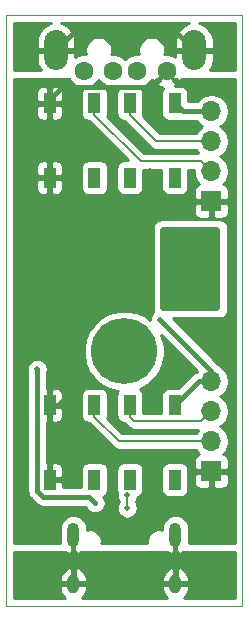
<source format=gbr>
G04 #@! TF.GenerationSoftware,KiCad,Pcbnew,(5.1.5)-3*
G04 #@! TF.CreationDate,2022-04-18T12:11:36+02:00*
G04 #@! TF.ProjectId,vkm,766b6d2e-6b69-4636-9164-5f7063625858,B*
G04 #@! TF.SameCoordinates,PX420a400PY707b2a8*
G04 #@! TF.FileFunction,Copper,L2,Bot*
G04 #@! TF.FilePolarity,Positive*
%FSLAX46Y46*%
G04 Gerber Fmt 4.6, Leading zero omitted, Abs format (unit mm)*
G04 Created by KiCad (PCBNEW (5.1.5)-3) date 2022-04-18 12:11:36*
%MOMM*%
%LPD*%
G04 APERTURE LIST*
%ADD10C,0.050000*%
%ADD11O,1.000000X2.100000*%
%ADD12O,1.000000X1.600000*%
%ADD13C,1.600000*%
%ADD14O,2.000000X3.400000*%
%ADD15R,1.000000X1.700000*%
%ADD16O,1.700000X1.700000*%
%ADD17R,1.700000X1.700000*%
%ADD18C,5.600000*%
%ADD19C,0.500000*%
%ADD20C,0.406400*%
%ADD21C,0.152400*%
%ADD22C,0.254000*%
%ADD23C,0.508000*%
G04 APERTURE END LIST*
D10*
X0Y0D02*
X20000000Y0D01*
X0Y50000000D02*
X0Y0D01*
X20000000Y50000000D02*
X0Y50000000D01*
X20000000Y0D02*
X20000000Y50000000D01*
D11*
X5680000Y6043500D03*
X14320000Y6043500D03*
D12*
X5680000Y1863500D03*
X14320000Y1863500D03*
D13*
X6571000Y45263000D03*
X9071000Y45263000D03*
X11071000Y45263000D03*
X13571000Y45263000D03*
D14*
X4221000Y47063000D03*
X15921000Y47063000D03*
D15*
X14271000Y10692000D03*
X14271000Y16992000D03*
X10471000Y10692000D03*
X10471000Y16992000D03*
X3671000Y16992000D03*
X3671000Y10692000D03*
X7471000Y16992000D03*
X7471000Y10692000D03*
X10471000Y42552000D03*
X10471000Y36252000D03*
X14271000Y42552000D03*
X14271000Y36252000D03*
X7471000Y36252000D03*
X7471000Y42552000D03*
X3671000Y36252000D03*
X3671000Y42552000D03*
D16*
X17366000Y41872000D03*
X17366000Y39332000D03*
X17366000Y36792000D03*
D17*
X17366000Y34252000D03*
D16*
X17366000Y19012000D03*
X17366000Y16472000D03*
X17366000Y13932000D03*
D17*
X17366000Y11392000D03*
D18*
X10000000Y21552000D03*
D19*
X12148815Y36804341D03*
X12159000Y12408000D03*
X6444000Y34252000D03*
X6444000Y20790000D03*
X15461000Y23838000D03*
X8095000Y38062000D03*
X14953000Y19266000D03*
X8984000Y12789000D03*
X2818682Y39390375D03*
X6190000Y39332000D03*
X13365500Y8597996D03*
X13048000Y24219000D03*
X14699000Y30442000D03*
X14699000Y26378000D03*
X13683000Y30442000D03*
X13683000Y26378000D03*
X2634000Y20028000D03*
X7523500Y8725000D03*
X10254000Y8275789D03*
X10259015Y9365024D03*
D20*
X3671000Y34995600D02*
X3671000Y36252000D01*
X4414600Y34252000D02*
X3671000Y34995600D01*
X3671000Y36252000D02*
X3671000Y42552000D01*
X17366000Y34252000D02*
X12032000Y34252000D01*
X12032000Y34252000D02*
X6444000Y34252000D01*
X12148815Y34368815D02*
X12032000Y34252000D01*
X12148815Y36804341D02*
X12148815Y34368815D01*
X6444000Y34252000D02*
X4414600Y34252000D01*
X6444000Y34252000D02*
X6444000Y20790000D01*
X4424000Y16992000D02*
X3671000Y16992000D01*
X6444000Y20790000D02*
X6444000Y19012000D01*
X6444000Y19012000D02*
X4424000Y16992000D01*
X9365000Y12408000D02*
X12159000Y12408000D01*
X3777000Y16980000D02*
X4793000Y16980000D01*
X4793000Y16980000D02*
X8984000Y12789000D01*
X8984000Y12789000D02*
X9365000Y12408000D01*
X3671000Y42909000D02*
X3671000Y42552000D01*
X4718599Y43956599D02*
X3671000Y42909000D01*
X8804401Y43956599D02*
X8804401Y41797599D01*
X8804401Y43956599D02*
X4718599Y43956599D01*
X8804401Y41797599D02*
X9619000Y40983000D01*
X2877057Y39332000D02*
X2818682Y39390375D01*
X6190000Y39332000D02*
X2877057Y39332000D01*
X12264599Y43956599D02*
X13571000Y45263000D01*
X8804401Y43956599D02*
X12264599Y43956599D01*
X12159000Y12408000D02*
X12159000Y9804496D01*
X12159000Y9804496D02*
X13365500Y8597996D01*
X5680000Y6043500D02*
X5680000Y1863500D01*
X5680000Y1863500D02*
X14320000Y1863500D01*
X14320000Y1863500D02*
X14320000Y6043500D01*
X14221001Y48762999D02*
X15921000Y47063000D01*
X5920999Y48762999D02*
X14221001Y48762999D01*
X4221000Y47063000D02*
X5920999Y48762999D01*
X16291000Y19012000D02*
X14271000Y16992000D01*
X17366000Y19012000D02*
X16291000Y19012000D01*
X14951000Y41872000D02*
X14271000Y42552000D01*
X17366000Y41872000D02*
X14951000Y41872000D01*
X17366000Y19901000D02*
X17366000Y19012000D01*
X13048000Y24219000D02*
X17366000Y19901000D01*
X3139918Y9233000D02*
X2634000Y9738918D01*
X2634000Y9738918D02*
X2634000Y20028000D01*
X7015500Y9233000D02*
X3139918Y9233000D01*
X7015500Y9233000D02*
X7523500Y8725000D01*
D21*
X10471000Y41549600D02*
X10471000Y42552000D01*
X12688600Y39332000D02*
X10471000Y41549600D01*
X17366000Y39332000D02*
X12688600Y39332000D01*
X10471000Y15989600D02*
X10471000Y16992000D01*
X10838599Y15622001D02*
X10471000Y15989600D01*
X16516001Y15622001D02*
X10838599Y15622001D01*
X17366000Y16472000D02*
X16516001Y15622001D01*
X10254000Y9360009D02*
X10259015Y9365024D01*
X10259015Y8280804D02*
X10254000Y8275789D01*
X10259015Y9365024D02*
X10259015Y8280804D01*
X7471000Y41549600D02*
X7471000Y42552000D01*
X11378601Y37641999D02*
X7471000Y41549600D01*
X16516001Y37641999D02*
X11378601Y37641999D01*
X17366000Y36792000D02*
X16516001Y37641999D01*
X7471000Y15989600D02*
X7471000Y16992000D01*
X9528600Y13932000D02*
X7471000Y15989600D01*
X17366000Y13932000D02*
X9528600Y13932000D01*
D22*
G36*
X5299320Y44583273D02*
G01*
X5456363Y44348241D01*
X5656241Y44148363D01*
X5891273Y43991320D01*
X6152426Y43883147D01*
X6429665Y43828000D01*
X6499146Y43828000D01*
X6440463Y43756494D01*
X6381498Y43646180D01*
X6345188Y43526482D01*
X6332928Y43402000D01*
X6332928Y41702000D01*
X6345188Y41577518D01*
X6381498Y41457820D01*
X6440463Y41347506D01*
X6519815Y41250815D01*
X6616506Y41171463D01*
X6726820Y41112498D01*
X6846518Y41076188D01*
X6947657Y41066227D01*
X6965673Y41044274D01*
X6992810Y41022002D01*
X10274739Y37740072D01*
X9971000Y37740072D01*
X9846518Y37727812D01*
X9726820Y37691502D01*
X9616506Y37632537D01*
X9519815Y37553185D01*
X9440463Y37456494D01*
X9381498Y37346180D01*
X9345188Y37226482D01*
X9332928Y37102000D01*
X9332928Y35402000D01*
X9345188Y35277518D01*
X9381498Y35157820D01*
X9440463Y35047506D01*
X9519815Y34950815D01*
X9616506Y34871463D01*
X9726820Y34812498D01*
X9846518Y34776188D01*
X9971000Y34763928D01*
X10971000Y34763928D01*
X11095482Y34776188D01*
X11215180Y34812498D01*
X11325494Y34871463D01*
X11422185Y34950815D01*
X11501537Y35047506D01*
X11560502Y35157820D01*
X11596812Y35277518D01*
X11609072Y35402000D01*
X11609072Y36930799D01*
X13132928Y36930799D01*
X13132928Y35402000D01*
X13145188Y35277518D01*
X13181498Y35157820D01*
X13240463Y35047506D01*
X13319815Y34950815D01*
X13416506Y34871463D01*
X13526820Y34812498D01*
X13646518Y34776188D01*
X13771000Y34763928D01*
X14771000Y34763928D01*
X14895482Y34776188D01*
X15015180Y34812498D01*
X15125494Y34871463D01*
X15222185Y34950815D01*
X15301537Y35047506D01*
X15360502Y35157820D01*
X15396812Y35277518D01*
X15409072Y35402000D01*
X15409072Y36930799D01*
X15881000Y36930799D01*
X15881000Y36645740D01*
X15938068Y36358842D01*
X16050010Y36088589D01*
X16212525Y35845368D01*
X16344380Y35713513D01*
X16271820Y35691502D01*
X16161506Y35632537D01*
X16064815Y35553185D01*
X15985463Y35456494D01*
X15926498Y35346180D01*
X15890188Y35226482D01*
X15877928Y35102000D01*
X15881000Y34537750D01*
X16039750Y34379000D01*
X17239000Y34379000D01*
X17239000Y34399000D01*
X17493000Y34399000D01*
X17493000Y34379000D01*
X18692250Y34379000D01*
X18851000Y34537750D01*
X18854072Y35102000D01*
X18841812Y35226482D01*
X18805502Y35346180D01*
X18746537Y35456494D01*
X18667185Y35553185D01*
X18570494Y35632537D01*
X18460180Y35691502D01*
X18387620Y35713513D01*
X18519475Y35845368D01*
X18681990Y36088589D01*
X18793932Y36358842D01*
X18851000Y36645740D01*
X18851000Y36938260D01*
X18793932Y37225158D01*
X18681990Y37495411D01*
X18519475Y37738632D01*
X18312632Y37945475D01*
X18138240Y38062000D01*
X18312632Y38178525D01*
X18519475Y38385368D01*
X18681990Y38628589D01*
X18793932Y38898842D01*
X18851000Y39185740D01*
X18851000Y39478260D01*
X18793932Y39765158D01*
X18681990Y40035411D01*
X18519475Y40278632D01*
X18312632Y40485475D01*
X18138240Y40602000D01*
X18312632Y40718525D01*
X18519475Y40925368D01*
X18681990Y41168589D01*
X18793932Y41438842D01*
X18851000Y41725740D01*
X18851000Y42018260D01*
X18793932Y42305158D01*
X18681990Y42575411D01*
X18519475Y42818632D01*
X18312632Y43025475D01*
X18069411Y43187990D01*
X17799158Y43299932D01*
X17512260Y43357000D01*
X17219740Y43357000D01*
X16932842Y43299932D01*
X16662589Y43187990D01*
X16419368Y43025475D01*
X16212525Y42818632D01*
X16140073Y42710200D01*
X15409072Y42710200D01*
X15409072Y43402000D01*
X15396812Y43526482D01*
X15360502Y43646180D01*
X15301537Y43756494D01*
X15222185Y43853185D01*
X15125494Y43932537D01*
X15015180Y43991502D01*
X14895482Y44027812D01*
X14771000Y44040072D01*
X14316546Y44040072D01*
X14384097Y44270298D01*
X14051895Y44602500D01*
X14411105Y44602500D01*
X14563702Y44449903D01*
X14807671Y44521486D01*
X14846005Y44602500D01*
X19340001Y44602500D01*
X19340000Y5334000D01*
X15444782Y5334000D01*
X15455000Y5437748D01*
X15455000Y6649252D01*
X15438577Y6815999D01*
X15373676Y7029947D01*
X15268284Y7227123D01*
X15126449Y7399949D01*
X14953623Y7541784D01*
X14756446Y7647176D01*
X14542498Y7712077D01*
X14320000Y7733991D01*
X14097501Y7712077D01*
X13883553Y7647176D01*
X13686377Y7541784D01*
X13513551Y7399949D01*
X13371716Y7227123D01*
X13266324Y7029946D01*
X13201423Y6815998D01*
X13185000Y6649251D01*
X13185000Y6430404D01*
X13170022Y6436608D01*
X12984552Y6473500D01*
X12795448Y6473500D01*
X12609978Y6436608D01*
X12435269Y6364241D01*
X12278036Y6259181D01*
X12144319Y6125464D01*
X12039259Y5968231D01*
X11966892Y5793522D01*
X11930000Y5608052D01*
X11930000Y5418948D01*
X11946897Y5334000D01*
X8053103Y5334000D01*
X8070000Y5418948D01*
X8070000Y5608052D01*
X8033108Y5793522D01*
X7960741Y5968231D01*
X7855681Y6125464D01*
X7721964Y6259181D01*
X7564731Y6364241D01*
X7390022Y6436608D01*
X7204552Y6473500D01*
X7015448Y6473500D01*
X6829978Y6436608D01*
X6815000Y6430404D01*
X6815000Y6649252D01*
X6798577Y6815999D01*
X6733676Y7029947D01*
X6628284Y7227123D01*
X6486449Y7399949D01*
X6313623Y7541784D01*
X6116446Y7647176D01*
X5902498Y7712077D01*
X5680000Y7733991D01*
X5457501Y7712077D01*
X5243553Y7647176D01*
X5046377Y7541784D01*
X4873551Y7399949D01*
X4731716Y7227123D01*
X4626324Y7029946D01*
X4561423Y6815998D01*
X4545000Y6649251D01*
X4545000Y5437748D01*
X4555218Y5334000D01*
X660000Y5334000D01*
X660000Y20115165D01*
X1749000Y20115165D01*
X1749000Y19940835D01*
X1783010Y19769855D01*
X1795801Y19738975D01*
X1795800Y9780081D01*
X1791746Y9738918D01*
X1795800Y9697755D01*
X1795800Y9697749D01*
X1807929Y9574603D01*
X1855858Y9416602D01*
X1933691Y9270987D01*
X2038436Y9143354D01*
X2070418Y9117107D01*
X2518107Y8669418D01*
X2544354Y8637436D01*
X2671986Y8532691D01*
X2817601Y8454858D01*
X2975602Y8406929D01*
X3098748Y8394800D01*
X3098754Y8394800D01*
X3139917Y8390746D01*
X3181080Y8394800D01*
X6668307Y8394800D01*
X6726432Y8336675D01*
X6739223Y8305795D01*
X6836076Y8160845D01*
X6959345Y8037576D01*
X7104295Y7940723D01*
X7265355Y7874010D01*
X7436335Y7840000D01*
X7610665Y7840000D01*
X7781645Y7874010D01*
X7942705Y7940723D01*
X8087655Y8037576D01*
X8210924Y8160845D01*
X8307777Y8305795D01*
X8374490Y8466855D01*
X8408500Y8637835D01*
X8408500Y8812165D01*
X8374490Y8983145D01*
X8307777Y9144205D01*
X8230092Y9260469D01*
X8325494Y9311463D01*
X8422185Y9390815D01*
X8501537Y9487506D01*
X8560502Y9597820D01*
X8596812Y9717518D01*
X8609072Y9842000D01*
X8609072Y11542000D01*
X9332928Y11542000D01*
X9332928Y9842000D01*
X9345188Y9717518D01*
X9381498Y9597820D01*
X9397156Y9568527D01*
X9374015Y9452189D01*
X9374015Y9277859D01*
X9408025Y9106879D01*
X9474738Y8945819D01*
X9547815Y8836451D01*
X9547816Y8811867D01*
X9469723Y8694994D01*
X9403010Y8533934D01*
X9369000Y8362954D01*
X9369000Y8188624D01*
X9403010Y8017644D01*
X9469723Y7856584D01*
X9566576Y7711634D01*
X9689845Y7588365D01*
X9834795Y7491512D01*
X9995855Y7424799D01*
X10166835Y7390789D01*
X10341165Y7390789D01*
X10512145Y7424799D01*
X10673205Y7491512D01*
X10818155Y7588365D01*
X10941424Y7711634D01*
X11038277Y7856584D01*
X11104990Y8017644D01*
X11139000Y8188624D01*
X11139000Y8362954D01*
X11104990Y8533934D01*
X11038277Y8694994D01*
X10970215Y8796855D01*
X10970215Y8836452D01*
X11043292Y8945819D01*
X11110005Y9106879D01*
X11134077Y9227896D01*
X11215180Y9252498D01*
X11325494Y9311463D01*
X11422185Y9390815D01*
X11501537Y9487506D01*
X11560502Y9597820D01*
X11596812Y9717518D01*
X11609072Y9842000D01*
X11609072Y11542000D01*
X13132928Y11542000D01*
X13132928Y9842000D01*
X13145188Y9717518D01*
X13181498Y9597820D01*
X13240463Y9487506D01*
X13319815Y9390815D01*
X13416506Y9311463D01*
X13526820Y9252498D01*
X13646518Y9216188D01*
X13771000Y9203928D01*
X14771000Y9203928D01*
X14895482Y9216188D01*
X15015180Y9252498D01*
X15125494Y9311463D01*
X15222185Y9390815D01*
X15301537Y9487506D01*
X15360502Y9597820D01*
X15396812Y9717518D01*
X15409072Y9842000D01*
X15409072Y10542000D01*
X15877928Y10542000D01*
X15890188Y10417518D01*
X15926498Y10297820D01*
X15985463Y10187506D01*
X16064815Y10090815D01*
X16161506Y10011463D01*
X16271820Y9952498D01*
X16391518Y9916188D01*
X16516000Y9903928D01*
X17080250Y9907000D01*
X17239000Y10065750D01*
X17239000Y11265000D01*
X17493000Y11265000D01*
X17493000Y10065750D01*
X17651750Y9907000D01*
X18216000Y9903928D01*
X18340482Y9916188D01*
X18460180Y9952498D01*
X18570494Y10011463D01*
X18667185Y10090815D01*
X18746537Y10187506D01*
X18805502Y10297820D01*
X18841812Y10417518D01*
X18854072Y10542000D01*
X18851000Y11106250D01*
X18692250Y11265000D01*
X17493000Y11265000D01*
X17239000Y11265000D01*
X16039750Y11265000D01*
X15881000Y11106250D01*
X15877928Y10542000D01*
X15409072Y10542000D01*
X15409072Y11542000D01*
X15396812Y11666482D01*
X15360502Y11786180D01*
X15301537Y11896494D01*
X15222185Y11993185D01*
X15125494Y12072537D01*
X15015180Y12131502D01*
X14895482Y12167812D01*
X14771000Y12180072D01*
X13771000Y12180072D01*
X13646518Y12167812D01*
X13526820Y12131502D01*
X13416506Y12072537D01*
X13319815Y11993185D01*
X13240463Y11896494D01*
X13181498Y11786180D01*
X13145188Y11666482D01*
X13132928Y11542000D01*
X11609072Y11542000D01*
X11596812Y11666482D01*
X11560502Y11786180D01*
X11501537Y11896494D01*
X11422185Y11993185D01*
X11325494Y12072537D01*
X11215180Y12131502D01*
X11095482Y12167812D01*
X10971000Y12180072D01*
X9971000Y12180072D01*
X9846518Y12167812D01*
X9726820Y12131502D01*
X9616506Y12072537D01*
X9519815Y11993185D01*
X9440463Y11896494D01*
X9381498Y11786180D01*
X9345188Y11666482D01*
X9332928Y11542000D01*
X8609072Y11542000D01*
X8596812Y11666482D01*
X8560502Y11786180D01*
X8501537Y11896494D01*
X8422185Y11993185D01*
X8325494Y12072537D01*
X8215180Y12131502D01*
X8095482Y12167812D01*
X7971000Y12180072D01*
X6971000Y12180072D01*
X6846518Y12167812D01*
X6726820Y12131502D01*
X6616506Y12072537D01*
X6519815Y11993185D01*
X6440463Y11896494D01*
X6381498Y11786180D01*
X6345188Y11666482D01*
X6332928Y11542000D01*
X6332928Y10071200D01*
X4807824Y10071200D01*
X4806000Y10406250D01*
X4647250Y10565000D01*
X3798000Y10565000D01*
X3798000Y10545000D01*
X3544000Y10545000D01*
X3544000Y10565000D01*
X3524000Y10565000D01*
X3524000Y10819000D01*
X3544000Y10819000D01*
X3544000Y12018250D01*
X3798000Y12018250D01*
X3798000Y10819000D01*
X4647250Y10819000D01*
X4806000Y10977750D01*
X4809072Y11542000D01*
X4796812Y11666482D01*
X4760502Y11786180D01*
X4701537Y11896494D01*
X4622185Y11993185D01*
X4525494Y12072537D01*
X4415180Y12131502D01*
X4295482Y12167812D01*
X4171000Y12180072D01*
X3956750Y12177000D01*
X3798000Y12018250D01*
X3544000Y12018250D01*
X3472200Y12090050D01*
X3472200Y15593950D01*
X3544000Y15665750D01*
X3544000Y16865000D01*
X3798000Y16865000D01*
X3798000Y15665750D01*
X3956750Y15507000D01*
X4171000Y15503928D01*
X4295482Y15516188D01*
X4415180Y15552498D01*
X4525494Y15611463D01*
X4622185Y15690815D01*
X4701537Y15787506D01*
X4760502Y15897820D01*
X4796812Y16017518D01*
X4809072Y16142000D01*
X4806000Y16706250D01*
X4647250Y16865000D01*
X3798000Y16865000D01*
X3544000Y16865000D01*
X3524000Y16865000D01*
X3524000Y17119000D01*
X3544000Y17119000D01*
X3544000Y18318250D01*
X3798000Y18318250D01*
X3798000Y17119000D01*
X4647250Y17119000D01*
X4806000Y17277750D01*
X4809072Y17842000D01*
X6332928Y17842000D01*
X6332928Y16142000D01*
X6345188Y16017518D01*
X6381498Y15897820D01*
X6440463Y15787506D01*
X6519815Y15690815D01*
X6616506Y15611463D01*
X6726820Y15552498D01*
X6846518Y15516188D01*
X6947657Y15506227D01*
X6965673Y15484274D01*
X6992811Y15462002D01*
X9001003Y13453809D01*
X9023273Y13426673D01*
X9131567Y13337798D01*
X9255119Y13271758D01*
X9389180Y13231091D01*
X9493664Y13220800D01*
X9493671Y13220800D01*
X9528600Y13217360D01*
X9563528Y13220800D01*
X16055214Y13220800D01*
X16212525Y12985368D01*
X16344380Y12853513D01*
X16271820Y12831502D01*
X16161506Y12772537D01*
X16064815Y12693185D01*
X15985463Y12596494D01*
X15926498Y12486180D01*
X15890188Y12366482D01*
X15877928Y12242000D01*
X15881000Y11677750D01*
X16039750Y11519000D01*
X17239000Y11519000D01*
X17239000Y11539000D01*
X17493000Y11539000D01*
X17493000Y11519000D01*
X18692250Y11519000D01*
X18851000Y11677750D01*
X18854072Y12242000D01*
X18841812Y12366482D01*
X18805502Y12486180D01*
X18746537Y12596494D01*
X18667185Y12693185D01*
X18570494Y12772537D01*
X18460180Y12831502D01*
X18387620Y12853513D01*
X18519475Y12985368D01*
X18681990Y13228589D01*
X18793932Y13498842D01*
X18851000Y13785740D01*
X18851000Y14078260D01*
X18793932Y14365158D01*
X18681990Y14635411D01*
X18519475Y14878632D01*
X18312632Y15085475D01*
X18138240Y15202000D01*
X18312632Y15318525D01*
X18519475Y15525368D01*
X18681990Y15768589D01*
X18793932Y16038842D01*
X18851000Y16325740D01*
X18851000Y16618260D01*
X18793932Y16905158D01*
X18681990Y17175411D01*
X18519475Y17418632D01*
X18312632Y17625475D01*
X18138240Y17742000D01*
X18312632Y17858525D01*
X18519475Y18065368D01*
X18681990Y18308589D01*
X18793932Y18578842D01*
X18851000Y18865740D01*
X18851000Y19158260D01*
X18793932Y19445158D01*
X18681990Y19715411D01*
X18519475Y19958632D01*
X18312632Y20165475D01*
X18098628Y20308468D01*
X18066309Y20368932D01*
X17961564Y20496564D01*
X17929589Y20522805D01*
X14106393Y24346000D01*
X18128000Y24346000D01*
X18251882Y24358201D01*
X18371004Y24394336D01*
X18480787Y24453017D01*
X18577013Y24531987D01*
X18655983Y24628213D01*
X18714664Y24737996D01*
X18750799Y24857118D01*
X18763000Y24981000D01*
X18763000Y32093000D01*
X18750799Y32216882D01*
X18714664Y32336004D01*
X18655983Y32445787D01*
X18577013Y32542013D01*
X18480787Y32620983D01*
X18371004Y32679664D01*
X18251882Y32715799D01*
X18128000Y32728000D01*
X13048000Y32728000D01*
X12924118Y32715799D01*
X12804996Y32679664D01*
X12695213Y32620983D01*
X12598987Y32542013D01*
X12520017Y32445787D01*
X12461336Y32336004D01*
X12425201Y32216882D01*
X12413000Y32093000D01*
X12413000Y24981000D01*
X12425201Y24857118D01*
X12427374Y24849953D01*
X12360576Y24783155D01*
X12263723Y24638205D01*
X12197010Y24477145D01*
X12163000Y24306165D01*
X12163000Y24237968D01*
X11627082Y24596057D01*
X11001952Y24854994D01*
X10338318Y24987000D01*
X9661682Y24987000D01*
X8998048Y24854994D01*
X8372918Y24596057D01*
X7810315Y24220138D01*
X7331862Y23741685D01*
X6955943Y23179082D01*
X6697006Y22553952D01*
X6565000Y21890318D01*
X6565000Y21213682D01*
X6697006Y20550048D01*
X6955943Y19924918D01*
X7331862Y19362315D01*
X7810315Y18883862D01*
X8372918Y18507943D01*
X8998048Y18249006D01*
X9423316Y18164414D01*
X9381498Y18086180D01*
X9345188Y17966482D01*
X9332928Y17842000D01*
X9332928Y16142000D01*
X9345188Y16017518D01*
X9381498Y15897820D01*
X9440463Y15787506D01*
X9519815Y15690815D01*
X9616506Y15611463D01*
X9726820Y15552498D01*
X9846518Y15516188D01*
X9947657Y15506227D01*
X9965673Y15484274D01*
X9992810Y15462003D01*
X10311001Y15143811D01*
X10333272Y15116674D01*
X10441566Y15027799D01*
X10565118Y14961759D01*
X10699179Y14921092D01*
X10803663Y14910801D01*
X10803680Y14910801D01*
X10838598Y14907362D01*
X10873516Y14910801D01*
X16244694Y14910801D01*
X16212525Y14878632D01*
X16055214Y14643200D01*
X9823188Y14643200D01*
X8562379Y15904008D01*
X8596812Y16017518D01*
X8609072Y16142000D01*
X8609072Y17842000D01*
X8596812Y17966482D01*
X8560502Y18086180D01*
X8501537Y18196494D01*
X8422185Y18293185D01*
X8325494Y18372537D01*
X8215180Y18431502D01*
X8095482Y18467812D01*
X7971000Y18480072D01*
X6971000Y18480072D01*
X6846518Y18467812D01*
X6726820Y18431502D01*
X6616506Y18372537D01*
X6519815Y18293185D01*
X6440463Y18196494D01*
X6381498Y18086180D01*
X6345188Y17966482D01*
X6332928Y17842000D01*
X4809072Y17842000D01*
X4796812Y17966482D01*
X4760502Y18086180D01*
X4701537Y18196494D01*
X4622185Y18293185D01*
X4525494Y18372537D01*
X4415180Y18431502D01*
X4295482Y18467812D01*
X4171000Y18480072D01*
X3956750Y18477000D01*
X3798000Y18318250D01*
X3544000Y18318250D01*
X3472200Y18390050D01*
X3472200Y19738977D01*
X3484990Y19769855D01*
X3519000Y19940835D01*
X3519000Y20115165D01*
X3484990Y20286145D01*
X3418277Y20447205D01*
X3321424Y20592155D01*
X3198155Y20715424D01*
X3053205Y20812277D01*
X2892145Y20878990D01*
X2721165Y20913000D01*
X2546835Y20913000D01*
X2375855Y20878990D01*
X2214795Y20812277D01*
X2069845Y20715424D01*
X1946576Y20592155D01*
X1849723Y20447205D01*
X1783010Y20286145D01*
X1749000Y20115165D01*
X660000Y20115165D01*
X660000Y33402000D01*
X15877928Y33402000D01*
X15890188Y33277518D01*
X15926498Y33157820D01*
X15985463Y33047506D01*
X16064815Y32950815D01*
X16161506Y32871463D01*
X16271820Y32812498D01*
X16391518Y32776188D01*
X16516000Y32763928D01*
X17080250Y32767000D01*
X17239000Y32925750D01*
X17239000Y34125000D01*
X17493000Y34125000D01*
X17493000Y32925750D01*
X17651750Y32767000D01*
X18216000Y32763928D01*
X18340482Y32776188D01*
X18460180Y32812498D01*
X18570494Y32871463D01*
X18667185Y32950815D01*
X18746537Y33047506D01*
X18805502Y33157820D01*
X18841812Y33277518D01*
X18854072Y33402000D01*
X18851000Y33966250D01*
X18692250Y34125000D01*
X17493000Y34125000D01*
X17239000Y34125000D01*
X16039750Y34125000D01*
X15881000Y33966250D01*
X15877928Y33402000D01*
X660000Y33402000D01*
X660000Y35402000D01*
X2532928Y35402000D01*
X2545188Y35277518D01*
X2581498Y35157820D01*
X2640463Y35047506D01*
X2719815Y34950815D01*
X2816506Y34871463D01*
X2926820Y34812498D01*
X3046518Y34776188D01*
X3171000Y34763928D01*
X3385250Y34767000D01*
X3544000Y34925750D01*
X3544000Y36125000D01*
X3798000Y36125000D01*
X3798000Y34925750D01*
X3956750Y34767000D01*
X4171000Y34763928D01*
X4295482Y34776188D01*
X4415180Y34812498D01*
X4525494Y34871463D01*
X4622185Y34950815D01*
X4701537Y35047506D01*
X4760502Y35157820D01*
X4796812Y35277518D01*
X4809072Y35402000D01*
X4806000Y35966250D01*
X4647250Y36125000D01*
X3798000Y36125000D01*
X3544000Y36125000D01*
X2694750Y36125000D01*
X2536000Y35966250D01*
X2532928Y35402000D01*
X660000Y35402000D01*
X660000Y37102000D01*
X2532928Y37102000D01*
X2536000Y36537750D01*
X2694750Y36379000D01*
X3544000Y36379000D01*
X3544000Y37578250D01*
X3798000Y37578250D01*
X3798000Y36379000D01*
X4647250Y36379000D01*
X4806000Y36537750D01*
X4809072Y37102000D01*
X6332928Y37102000D01*
X6332928Y35402000D01*
X6345188Y35277518D01*
X6381498Y35157820D01*
X6440463Y35047506D01*
X6519815Y34950815D01*
X6616506Y34871463D01*
X6726820Y34812498D01*
X6846518Y34776188D01*
X6971000Y34763928D01*
X7971000Y34763928D01*
X8095482Y34776188D01*
X8215180Y34812498D01*
X8325494Y34871463D01*
X8422185Y34950815D01*
X8501537Y35047506D01*
X8560502Y35157820D01*
X8596812Y35277518D01*
X8609072Y35402000D01*
X8609072Y37102000D01*
X8596812Y37226482D01*
X8560502Y37346180D01*
X8501537Y37456494D01*
X8422185Y37553185D01*
X8325494Y37632537D01*
X8215180Y37691502D01*
X8095482Y37727812D01*
X7971000Y37740072D01*
X6971000Y37740072D01*
X6846518Y37727812D01*
X6726820Y37691502D01*
X6616506Y37632537D01*
X6519815Y37553185D01*
X6440463Y37456494D01*
X6381498Y37346180D01*
X6345188Y37226482D01*
X6332928Y37102000D01*
X4809072Y37102000D01*
X4796812Y37226482D01*
X4760502Y37346180D01*
X4701537Y37456494D01*
X4622185Y37553185D01*
X4525494Y37632537D01*
X4415180Y37691502D01*
X4295482Y37727812D01*
X4171000Y37740072D01*
X3956750Y37737000D01*
X3798000Y37578250D01*
X3544000Y37578250D01*
X3385250Y37737000D01*
X3171000Y37740072D01*
X3046518Y37727812D01*
X2926820Y37691502D01*
X2816506Y37632537D01*
X2719815Y37553185D01*
X2640463Y37456494D01*
X2581498Y37346180D01*
X2545188Y37226482D01*
X2532928Y37102000D01*
X660000Y37102000D01*
X660000Y41702000D01*
X2532928Y41702000D01*
X2545188Y41577518D01*
X2581498Y41457820D01*
X2640463Y41347506D01*
X2719815Y41250815D01*
X2816506Y41171463D01*
X2926820Y41112498D01*
X3046518Y41076188D01*
X3171000Y41063928D01*
X3385250Y41067000D01*
X3544000Y41225750D01*
X3544000Y42425000D01*
X3798000Y42425000D01*
X3798000Y41225750D01*
X3956750Y41067000D01*
X4171000Y41063928D01*
X4295482Y41076188D01*
X4415180Y41112498D01*
X4525494Y41171463D01*
X4622185Y41250815D01*
X4701537Y41347506D01*
X4760502Y41457820D01*
X4796812Y41577518D01*
X4809072Y41702000D01*
X4806000Y42266250D01*
X4647250Y42425000D01*
X3798000Y42425000D01*
X3544000Y42425000D01*
X2694750Y42425000D01*
X2536000Y42266250D01*
X2532928Y41702000D01*
X660000Y41702000D01*
X660000Y43402000D01*
X2532928Y43402000D01*
X2536000Y42837750D01*
X2694750Y42679000D01*
X3544000Y42679000D01*
X3544000Y43878250D01*
X3798000Y43878250D01*
X3798000Y42679000D01*
X4647250Y42679000D01*
X4806000Y42837750D01*
X4809072Y43402000D01*
X4796812Y43526482D01*
X4760502Y43646180D01*
X4701537Y43756494D01*
X4622185Y43853185D01*
X4525494Y43932537D01*
X4415180Y43991502D01*
X4295482Y44027812D01*
X4171000Y44040072D01*
X3956750Y44037000D01*
X3798000Y43878250D01*
X3544000Y43878250D01*
X3385250Y44037000D01*
X3171000Y44040072D01*
X3046518Y44027812D01*
X2926820Y43991502D01*
X2816506Y43932537D01*
X2719815Y43853185D01*
X2640463Y43756494D01*
X2581498Y43646180D01*
X2545188Y43526482D01*
X2532928Y43402000D01*
X660000Y43402000D01*
X660000Y44602500D01*
X5291356Y44602500D01*
X5299320Y44583273D01*
G37*
X5299320Y44583273D02*
X5456363Y44348241D01*
X5656241Y44148363D01*
X5891273Y43991320D01*
X6152426Y43883147D01*
X6429665Y43828000D01*
X6499146Y43828000D01*
X6440463Y43756494D01*
X6381498Y43646180D01*
X6345188Y43526482D01*
X6332928Y43402000D01*
X6332928Y41702000D01*
X6345188Y41577518D01*
X6381498Y41457820D01*
X6440463Y41347506D01*
X6519815Y41250815D01*
X6616506Y41171463D01*
X6726820Y41112498D01*
X6846518Y41076188D01*
X6947657Y41066227D01*
X6965673Y41044274D01*
X6992810Y41022002D01*
X10274739Y37740072D01*
X9971000Y37740072D01*
X9846518Y37727812D01*
X9726820Y37691502D01*
X9616506Y37632537D01*
X9519815Y37553185D01*
X9440463Y37456494D01*
X9381498Y37346180D01*
X9345188Y37226482D01*
X9332928Y37102000D01*
X9332928Y35402000D01*
X9345188Y35277518D01*
X9381498Y35157820D01*
X9440463Y35047506D01*
X9519815Y34950815D01*
X9616506Y34871463D01*
X9726820Y34812498D01*
X9846518Y34776188D01*
X9971000Y34763928D01*
X10971000Y34763928D01*
X11095482Y34776188D01*
X11215180Y34812498D01*
X11325494Y34871463D01*
X11422185Y34950815D01*
X11501537Y35047506D01*
X11560502Y35157820D01*
X11596812Y35277518D01*
X11609072Y35402000D01*
X11609072Y36930799D01*
X13132928Y36930799D01*
X13132928Y35402000D01*
X13145188Y35277518D01*
X13181498Y35157820D01*
X13240463Y35047506D01*
X13319815Y34950815D01*
X13416506Y34871463D01*
X13526820Y34812498D01*
X13646518Y34776188D01*
X13771000Y34763928D01*
X14771000Y34763928D01*
X14895482Y34776188D01*
X15015180Y34812498D01*
X15125494Y34871463D01*
X15222185Y34950815D01*
X15301537Y35047506D01*
X15360502Y35157820D01*
X15396812Y35277518D01*
X15409072Y35402000D01*
X15409072Y36930799D01*
X15881000Y36930799D01*
X15881000Y36645740D01*
X15938068Y36358842D01*
X16050010Y36088589D01*
X16212525Y35845368D01*
X16344380Y35713513D01*
X16271820Y35691502D01*
X16161506Y35632537D01*
X16064815Y35553185D01*
X15985463Y35456494D01*
X15926498Y35346180D01*
X15890188Y35226482D01*
X15877928Y35102000D01*
X15881000Y34537750D01*
X16039750Y34379000D01*
X17239000Y34379000D01*
X17239000Y34399000D01*
X17493000Y34399000D01*
X17493000Y34379000D01*
X18692250Y34379000D01*
X18851000Y34537750D01*
X18854072Y35102000D01*
X18841812Y35226482D01*
X18805502Y35346180D01*
X18746537Y35456494D01*
X18667185Y35553185D01*
X18570494Y35632537D01*
X18460180Y35691502D01*
X18387620Y35713513D01*
X18519475Y35845368D01*
X18681990Y36088589D01*
X18793932Y36358842D01*
X18851000Y36645740D01*
X18851000Y36938260D01*
X18793932Y37225158D01*
X18681990Y37495411D01*
X18519475Y37738632D01*
X18312632Y37945475D01*
X18138240Y38062000D01*
X18312632Y38178525D01*
X18519475Y38385368D01*
X18681990Y38628589D01*
X18793932Y38898842D01*
X18851000Y39185740D01*
X18851000Y39478260D01*
X18793932Y39765158D01*
X18681990Y40035411D01*
X18519475Y40278632D01*
X18312632Y40485475D01*
X18138240Y40602000D01*
X18312632Y40718525D01*
X18519475Y40925368D01*
X18681990Y41168589D01*
X18793932Y41438842D01*
X18851000Y41725740D01*
X18851000Y42018260D01*
X18793932Y42305158D01*
X18681990Y42575411D01*
X18519475Y42818632D01*
X18312632Y43025475D01*
X18069411Y43187990D01*
X17799158Y43299932D01*
X17512260Y43357000D01*
X17219740Y43357000D01*
X16932842Y43299932D01*
X16662589Y43187990D01*
X16419368Y43025475D01*
X16212525Y42818632D01*
X16140073Y42710200D01*
X15409072Y42710200D01*
X15409072Y43402000D01*
X15396812Y43526482D01*
X15360502Y43646180D01*
X15301537Y43756494D01*
X15222185Y43853185D01*
X15125494Y43932537D01*
X15015180Y43991502D01*
X14895482Y44027812D01*
X14771000Y44040072D01*
X14316546Y44040072D01*
X14384097Y44270298D01*
X14051895Y44602500D01*
X14411105Y44602500D01*
X14563702Y44449903D01*
X14807671Y44521486D01*
X14846005Y44602500D01*
X19340001Y44602500D01*
X19340000Y5334000D01*
X15444782Y5334000D01*
X15455000Y5437748D01*
X15455000Y6649252D01*
X15438577Y6815999D01*
X15373676Y7029947D01*
X15268284Y7227123D01*
X15126449Y7399949D01*
X14953623Y7541784D01*
X14756446Y7647176D01*
X14542498Y7712077D01*
X14320000Y7733991D01*
X14097501Y7712077D01*
X13883553Y7647176D01*
X13686377Y7541784D01*
X13513551Y7399949D01*
X13371716Y7227123D01*
X13266324Y7029946D01*
X13201423Y6815998D01*
X13185000Y6649251D01*
X13185000Y6430404D01*
X13170022Y6436608D01*
X12984552Y6473500D01*
X12795448Y6473500D01*
X12609978Y6436608D01*
X12435269Y6364241D01*
X12278036Y6259181D01*
X12144319Y6125464D01*
X12039259Y5968231D01*
X11966892Y5793522D01*
X11930000Y5608052D01*
X11930000Y5418948D01*
X11946897Y5334000D01*
X8053103Y5334000D01*
X8070000Y5418948D01*
X8070000Y5608052D01*
X8033108Y5793522D01*
X7960741Y5968231D01*
X7855681Y6125464D01*
X7721964Y6259181D01*
X7564731Y6364241D01*
X7390022Y6436608D01*
X7204552Y6473500D01*
X7015448Y6473500D01*
X6829978Y6436608D01*
X6815000Y6430404D01*
X6815000Y6649252D01*
X6798577Y6815999D01*
X6733676Y7029947D01*
X6628284Y7227123D01*
X6486449Y7399949D01*
X6313623Y7541784D01*
X6116446Y7647176D01*
X5902498Y7712077D01*
X5680000Y7733991D01*
X5457501Y7712077D01*
X5243553Y7647176D01*
X5046377Y7541784D01*
X4873551Y7399949D01*
X4731716Y7227123D01*
X4626324Y7029946D01*
X4561423Y6815998D01*
X4545000Y6649251D01*
X4545000Y5437748D01*
X4555218Y5334000D01*
X660000Y5334000D01*
X660000Y20115165D01*
X1749000Y20115165D01*
X1749000Y19940835D01*
X1783010Y19769855D01*
X1795801Y19738975D01*
X1795800Y9780081D01*
X1791746Y9738918D01*
X1795800Y9697755D01*
X1795800Y9697749D01*
X1807929Y9574603D01*
X1855858Y9416602D01*
X1933691Y9270987D01*
X2038436Y9143354D01*
X2070418Y9117107D01*
X2518107Y8669418D01*
X2544354Y8637436D01*
X2671986Y8532691D01*
X2817601Y8454858D01*
X2975602Y8406929D01*
X3098748Y8394800D01*
X3098754Y8394800D01*
X3139917Y8390746D01*
X3181080Y8394800D01*
X6668307Y8394800D01*
X6726432Y8336675D01*
X6739223Y8305795D01*
X6836076Y8160845D01*
X6959345Y8037576D01*
X7104295Y7940723D01*
X7265355Y7874010D01*
X7436335Y7840000D01*
X7610665Y7840000D01*
X7781645Y7874010D01*
X7942705Y7940723D01*
X8087655Y8037576D01*
X8210924Y8160845D01*
X8307777Y8305795D01*
X8374490Y8466855D01*
X8408500Y8637835D01*
X8408500Y8812165D01*
X8374490Y8983145D01*
X8307777Y9144205D01*
X8230092Y9260469D01*
X8325494Y9311463D01*
X8422185Y9390815D01*
X8501537Y9487506D01*
X8560502Y9597820D01*
X8596812Y9717518D01*
X8609072Y9842000D01*
X8609072Y11542000D01*
X9332928Y11542000D01*
X9332928Y9842000D01*
X9345188Y9717518D01*
X9381498Y9597820D01*
X9397156Y9568527D01*
X9374015Y9452189D01*
X9374015Y9277859D01*
X9408025Y9106879D01*
X9474738Y8945819D01*
X9547815Y8836451D01*
X9547816Y8811867D01*
X9469723Y8694994D01*
X9403010Y8533934D01*
X9369000Y8362954D01*
X9369000Y8188624D01*
X9403010Y8017644D01*
X9469723Y7856584D01*
X9566576Y7711634D01*
X9689845Y7588365D01*
X9834795Y7491512D01*
X9995855Y7424799D01*
X10166835Y7390789D01*
X10341165Y7390789D01*
X10512145Y7424799D01*
X10673205Y7491512D01*
X10818155Y7588365D01*
X10941424Y7711634D01*
X11038277Y7856584D01*
X11104990Y8017644D01*
X11139000Y8188624D01*
X11139000Y8362954D01*
X11104990Y8533934D01*
X11038277Y8694994D01*
X10970215Y8796855D01*
X10970215Y8836452D01*
X11043292Y8945819D01*
X11110005Y9106879D01*
X11134077Y9227896D01*
X11215180Y9252498D01*
X11325494Y9311463D01*
X11422185Y9390815D01*
X11501537Y9487506D01*
X11560502Y9597820D01*
X11596812Y9717518D01*
X11609072Y9842000D01*
X11609072Y11542000D01*
X13132928Y11542000D01*
X13132928Y9842000D01*
X13145188Y9717518D01*
X13181498Y9597820D01*
X13240463Y9487506D01*
X13319815Y9390815D01*
X13416506Y9311463D01*
X13526820Y9252498D01*
X13646518Y9216188D01*
X13771000Y9203928D01*
X14771000Y9203928D01*
X14895482Y9216188D01*
X15015180Y9252498D01*
X15125494Y9311463D01*
X15222185Y9390815D01*
X15301537Y9487506D01*
X15360502Y9597820D01*
X15396812Y9717518D01*
X15409072Y9842000D01*
X15409072Y10542000D01*
X15877928Y10542000D01*
X15890188Y10417518D01*
X15926498Y10297820D01*
X15985463Y10187506D01*
X16064815Y10090815D01*
X16161506Y10011463D01*
X16271820Y9952498D01*
X16391518Y9916188D01*
X16516000Y9903928D01*
X17080250Y9907000D01*
X17239000Y10065750D01*
X17239000Y11265000D01*
X17493000Y11265000D01*
X17493000Y10065750D01*
X17651750Y9907000D01*
X18216000Y9903928D01*
X18340482Y9916188D01*
X18460180Y9952498D01*
X18570494Y10011463D01*
X18667185Y10090815D01*
X18746537Y10187506D01*
X18805502Y10297820D01*
X18841812Y10417518D01*
X18854072Y10542000D01*
X18851000Y11106250D01*
X18692250Y11265000D01*
X17493000Y11265000D01*
X17239000Y11265000D01*
X16039750Y11265000D01*
X15881000Y11106250D01*
X15877928Y10542000D01*
X15409072Y10542000D01*
X15409072Y11542000D01*
X15396812Y11666482D01*
X15360502Y11786180D01*
X15301537Y11896494D01*
X15222185Y11993185D01*
X15125494Y12072537D01*
X15015180Y12131502D01*
X14895482Y12167812D01*
X14771000Y12180072D01*
X13771000Y12180072D01*
X13646518Y12167812D01*
X13526820Y12131502D01*
X13416506Y12072537D01*
X13319815Y11993185D01*
X13240463Y11896494D01*
X13181498Y11786180D01*
X13145188Y11666482D01*
X13132928Y11542000D01*
X11609072Y11542000D01*
X11596812Y11666482D01*
X11560502Y11786180D01*
X11501537Y11896494D01*
X11422185Y11993185D01*
X11325494Y12072537D01*
X11215180Y12131502D01*
X11095482Y12167812D01*
X10971000Y12180072D01*
X9971000Y12180072D01*
X9846518Y12167812D01*
X9726820Y12131502D01*
X9616506Y12072537D01*
X9519815Y11993185D01*
X9440463Y11896494D01*
X9381498Y11786180D01*
X9345188Y11666482D01*
X9332928Y11542000D01*
X8609072Y11542000D01*
X8596812Y11666482D01*
X8560502Y11786180D01*
X8501537Y11896494D01*
X8422185Y11993185D01*
X8325494Y12072537D01*
X8215180Y12131502D01*
X8095482Y12167812D01*
X7971000Y12180072D01*
X6971000Y12180072D01*
X6846518Y12167812D01*
X6726820Y12131502D01*
X6616506Y12072537D01*
X6519815Y11993185D01*
X6440463Y11896494D01*
X6381498Y11786180D01*
X6345188Y11666482D01*
X6332928Y11542000D01*
X6332928Y10071200D01*
X4807824Y10071200D01*
X4806000Y10406250D01*
X4647250Y10565000D01*
X3798000Y10565000D01*
X3798000Y10545000D01*
X3544000Y10545000D01*
X3544000Y10565000D01*
X3524000Y10565000D01*
X3524000Y10819000D01*
X3544000Y10819000D01*
X3544000Y12018250D01*
X3798000Y12018250D01*
X3798000Y10819000D01*
X4647250Y10819000D01*
X4806000Y10977750D01*
X4809072Y11542000D01*
X4796812Y11666482D01*
X4760502Y11786180D01*
X4701537Y11896494D01*
X4622185Y11993185D01*
X4525494Y12072537D01*
X4415180Y12131502D01*
X4295482Y12167812D01*
X4171000Y12180072D01*
X3956750Y12177000D01*
X3798000Y12018250D01*
X3544000Y12018250D01*
X3472200Y12090050D01*
X3472200Y15593950D01*
X3544000Y15665750D01*
X3544000Y16865000D01*
X3798000Y16865000D01*
X3798000Y15665750D01*
X3956750Y15507000D01*
X4171000Y15503928D01*
X4295482Y15516188D01*
X4415180Y15552498D01*
X4525494Y15611463D01*
X4622185Y15690815D01*
X4701537Y15787506D01*
X4760502Y15897820D01*
X4796812Y16017518D01*
X4809072Y16142000D01*
X4806000Y16706250D01*
X4647250Y16865000D01*
X3798000Y16865000D01*
X3544000Y16865000D01*
X3524000Y16865000D01*
X3524000Y17119000D01*
X3544000Y17119000D01*
X3544000Y18318250D01*
X3798000Y18318250D01*
X3798000Y17119000D01*
X4647250Y17119000D01*
X4806000Y17277750D01*
X4809072Y17842000D01*
X6332928Y17842000D01*
X6332928Y16142000D01*
X6345188Y16017518D01*
X6381498Y15897820D01*
X6440463Y15787506D01*
X6519815Y15690815D01*
X6616506Y15611463D01*
X6726820Y15552498D01*
X6846518Y15516188D01*
X6947657Y15506227D01*
X6965673Y15484274D01*
X6992811Y15462002D01*
X9001003Y13453809D01*
X9023273Y13426673D01*
X9131567Y13337798D01*
X9255119Y13271758D01*
X9389180Y13231091D01*
X9493664Y13220800D01*
X9493671Y13220800D01*
X9528600Y13217360D01*
X9563528Y13220800D01*
X16055214Y13220800D01*
X16212525Y12985368D01*
X16344380Y12853513D01*
X16271820Y12831502D01*
X16161506Y12772537D01*
X16064815Y12693185D01*
X15985463Y12596494D01*
X15926498Y12486180D01*
X15890188Y12366482D01*
X15877928Y12242000D01*
X15881000Y11677750D01*
X16039750Y11519000D01*
X17239000Y11519000D01*
X17239000Y11539000D01*
X17493000Y11539000D01*
X17493000Y11519000D01*
X18692250Y11519000D01*
X18851000Y11677750D01*
X18854072Y12242000D01*
X18841812Y12366482D01*
X18805502Y12486180D01*
X18746537Y12596494D01*
X18667185Y12693185D01*
X18570494Y12772537D01*
X18460180Y12831502D01*
X18387620Y12853513D01*
X18519475Y12985368D01*
X18681990Y13228589D01*
X18793932Y13498842D01*
X18851000Y13785740D01*
X18851000Y14078260D01*
X18793932Y14365158D01*
X18681990Y14635411D01*
X18519475Y14878632D01*
X18312632Y15085475D01*
X18138240Y15202000D01*
X18312632Y15318525D01*
X18519475Y15525368D01*
X18681990Y15768589D01*
X18793932Y16038842D01*
X18851000Y16325740D01*
X18851000Y16618260D01*
X18793932Y16905158D01*
X18681990Y17175411D01*
X18519475Y17418632D01*
X18312632Y17625475D01*
X18138240Y17742000D01*
X18312632Y17858525D01*
X18519475Y18065368D01*
X18681990Y18308589D01*
X18793932Y18578842D01*
X18851000Y18865740D01*
X18851000Y19158260D01*
X18793932Y19445158D01*
X18681990Y19715411D01*
X18519475Y19958632D01*
X18312632Y20165475D01*
X18098628Y20308468D01*
X18066309Y20368932D01*
X17961564Y20496564D01*
X17929589Y20522805D01*
X14106393Y24346000D01*
X18128000Y24346000D01*
X18251882Y24358201D01*
X18371004Y24394336D01*
X18480787Y24453017D01*
X18577013Y24531987D01*
X18655983Y24628213D01*
X18714664Y24737996D01*
X18750799Y24857118D01*
X18763000Y24981000D01*
X18763000Y32093000D01*
X18750799Y32216882D01*
X18714664Y32336004D01*
X18655983Y32445787D01*
X18577013Y32542013D01*
X18480787Y32620983D01*
X18371004Y32679664D01*
X18251882Y32715799D01*
X18128000Y32728000D01*
X13048000Y32728000D01*
X12924118Y32715799D01*
X12804996Y32679664D01*
X12695213Y32620983D01*
X12598987Y32542013D01*
X12520017Y32445787D01*
X12461336Y32336004D01*
X12425201Y32216882D01*
X12413000Y32093000D01*
X12413000Y24981000D01*
X12425201Y24857118D01*
X12427374Y24849953D01*
X12360576Y24783155D01*
X12263723Y24638205D01*
X12197010Y24477145D01*
X12163000Y24306165D01*
X12163000Y24237968D01*
X11627082Y24596057D01*
X11001952Y24854994D01*
X10338318Y24987000D01*
X9661682Y24987000D01*
X8998048Y24854994D01*
X8372918Y24596057D01*
X7810315Y24220138D01*
X7331862Y23741685D01*
X6955943Y23179082D01*
X6697006Y22553952D01*
X6565000Y21890318D01*
X6565000Y21213682D01*
X6697006Y20550048D01*
X6955943Y19924918D01*
X7331862Y19362315D01*
X7810315Y18883862D01*
X8372918Y18507943D01*
X8998048Y18249006D01*
X9423316Y18164414D01*
X9381498Y18086180D01*
X9345188Y17966482D01*
X9332928Y17842000D01*
X9332928Y16142000D01*
X9345188Y16017518D01*
X9381498Y15897820D01*
X9440463Y15787506D01*
X9519815Y15690815D01*
X9616506Y15611463D01*
X9726820Y15552498D01*
X9846518Y15516188D01*
X9947657Y15506227D01*
X9965673Y15484274D01*
X9992810Y15462003D01*
X10311001Y15143811D01*
X10333272Y15116674D01*
X10441566Y15027799D01*
X10565118Y14961759D01*
X10699179Y14921092D01*
X10803663Y14910801D01*
X10803680Y14910801D01*
X10838598Y14907362D01*
X10873516Y14910801D01*
X16244694Y14910801D01*
X16212525Y14878632D01*
X16055214Y14643200D01*
X9823188Y14643200D01*
X8562379Y15904008D01*
X8596812Y16017518D01*
X8609072Y16142000D01*
X8609072Y17842000D01*
X8596812Y17966482D01*
X8560502Y18086180D01*
X8501537Y18196494D01*
X8422185Y18293185D01*
X8325494Y18372537D01*
X8215180Y18431502D01*
X8095482Y18467812D01*
X7971000Y18480072D01*
X6971000Y18480072D01*
X6846518Y18467812D01*
X6726820Y18431502D01*
X6616506Y18372537D01*
X6519815Y18293185D01*
X6440463Y18196494D01*
X6381498Y18086180D01*
X6345188Y17966482D01*
X6332928Y17842000D01*
X4809072Y17842000D01*
X4796812Y17966482D01*
X4760502Y18086180D01*
X4701537Y18196494D01*
X4622185Y18293185D01*
X4525494Y18372537D01*
X4415180Y18431502D01*
X4295482Y18467812D01*
X4171000Y18480072D01*
X3956750Y18477000D01*
X3798000Y18318250D01*
X3544000Y18318250D01*
X3472200Y18390050D01*
X3472200Y19738977D01*
X3484990Y19769855D01*
X3519000Y19940835D01*
X3519000Y20115165D01*
X3484990Y20286145D01*
X3418277Y20447205D01*
X3321424Y20592155D01*
X3198155Y20715424D01*
X3053205Y20812277D01*
X2892145Y20878990D01*
X2721165Y20913000D01*
X2546835Y20913000D01*
X2375855Y20878990D01*
X2214795Y20812277D01*
X2069845Y20715424D01*
X1946576Y20592155D01*
X1849723Y20447205D01*
X1783010Y20286145D01*
X1749000Y20115165D01*
X660000Y20115165D01*
X660000Y33402000D01*
X15877928Y33402000D01*
X15890188Y33277518D01*
X15926498Y33157820D01*
X15985463Y33047506D01*
X16064815Y32950815D01*
X16161506Y32871463D01*
X16271820Y32812498D01*
X16391518Y32776188D01*
X16516000Y32763928D01*
X17080250Y32767000D01*
X17239000Y32925750D01*
X17239000Y34125000D01*
X17493000Y34125000D01*
X17493000Y32925750D01*
X17651750Y32767000D01*
X18216000Y32763928D01*
X18340482Y32776188D01*
X18460180Y32812498D01*
X18570494Y32871463D01*
X18667185Y32950815D01*
X18746537Y33047506D01*
X18805502Y33157820D01*
X18841812Y33277518D01*
X18854072Y33402000D01*
X18851000Y33966250D01*
X18692250Y34125000D01*
X17493000Y34125000D01*
X17239000Y34125000D01*
X16039750Y34125000D01*
X15881000Y33966250D01*
X15877928Y33402000D01*
X660000Y33402000D01*
X660000Y35402000D01*
X2532928Y35402000D01*
X2545188Y35277518D01*
X2581498Y35157820D01*
X2640463Y35047506D01*
X2719815Y34950815D01*
X2816506Y34871463D01*
X2926820Y34812498D01*
X3046518Y34776188D01*
X3171000Y34763928D01*
X3385250Y34767000D01*
X3544000Y34925750D01*
X3544000Y36125000D01*
X3798000Y36125000D01*
X3798000Y34925750D01*
X3956750Y34767000D01*
X4171000Y34763928D01*
X4295482Y34776188D01*
X4415180Y34812498D01*
X4525494Y34871463D01*
X4622185Y34950815D01*
X4701537Y35047506D01*
X4760502Y35157820D01*
X4796812Y35277518D01*
X4809072Y35402000D01*
X4806000Y35966250D01*
X4647250Y36125000D01*
X3798000Y36125000D01*
X3544000Y36125000D01*
X2694750Y36125000D01*
X2536000Y35966250D01*
X2532928Y35402000D01*
X660000Y35402000D01*
X660000Y37102000D01*
X2532928Y37102000D01*
X2536000Y36537750D01*
X2694750Y36379000D01*
X3544000Y36379000D01*
X3544000Y37578250D01*
X3798000Y37578250D01*
X3798000Y36379000D01*
X4647250Y36379000D01*
X4806000Y36537750D01*
X4809072Y37102000D01*
X6332928Y37102000D01*
X6332928Y35402000D01*
X6345188Y35277518D01*
X6381498Y35157820D01*
X6440463Y35047506D01*
X6519815Y34950815D01*
X6616506Y34871463D01*
X6726820Y34812498D01*
X6846518Y34776188D01*
X6971000Y34763928D01*
X7971000Y34763928D01*
X8095482Y34776188D01*
X8215180Y34812498D01*
X8325494Y34871463D01*
X8422185Y34950815D01*
X8501537Y35047506D01*
X8560502Y35157820D01*
X8596812Y35277518D01*
X8609072Y35402000D01*
X8609072Y37102000D01*
X8596812Y37226482D01*
X8560502Y37346180D01*
X8501537Y37456494D01*
X8422185Y37553185D01*
X8325494Y37632537D01*
X8215180Y37691502D01*
X8095482Y37727812D01*
X7971000Y37740072D01*
X6971000Y37740072D01*
X6846518Y37727812D01*
X6726820Y37691502D01*
X6616506Y37632537D01*
X6519815Y37553185D01*
X6440463Y37456494D01*
X6381498Y37346180D01*
X6345188Y37226482D01*
X6332928Y37102000D01*
X4809072Y37102000D01*
X4796812Y37226482D01*
X4760502Y37346180D01*
X4701537Y37456494D01*
X4622185Y37553185D01*
X4525494Y37632537D01*
X4415180Y37691502D01*
X4295482Y37727812D01*
X4171000Y37740072D01*
X3956750Y37737000D01*
X3798000Y37578250D01*
X3544000Y37578250D01*
X3385250Y37737000D01*
X3171000Y37740072D01*
X3046518Y37727812D01*
X2926820Y37691502D01*
X2816506Y37632537D01*
X2719815Y37553185D01*
X2640463Y37456494D01*
X2581498Y37346180D01*
X2545188Y37226482D01*
X2532928Y37102000D01*
X660000Y37102000D01*
X660000Y41702000D01*
X2532928Y41702000D01*
X2545188Y41577518D01*
X2581498Y41457820D01*
X2640463Y41347506D01*
X2719815Y41250815D01*
X2816506Y41171463D01*
X2926820Y41112498D01*
X3046518Y41076188D01*
X3171000Y41063928D01*
X3385250Y41067000D01*
X3544000Y41225750D01*
X3544000Y42425000D01*
X3798000Y42425000D01*
X3798000Y41225750D01*
X3956750Y41067000D01*
X4171000Y41063928D01*
X4295482Y41076188D01*
X4415180Y41112498D01*
X4525494Y41171463D01*
X4622185Y41250815D01*
X4701537Y41347506D01*
X4760502Y41457820D01*
X4796812Y41577518D01*
X4809072Y41702000D01*
X4806000Y42266250D01*
X4647250Y42425000D01*
X3798000Y42425000D01*
X3544000Y42425000D01*
X2694750Y42425000D01*
X2536000Y42266250D01*
X2532928Y41702000D01*
X660000Y41702000D01*
X660000Y43402000D01*
X2532928Y43402000D01*
X2536000Y42837750D01*
X2694750Y42679000D01*
X3544000Y42679000D01*
X3544000Y43878250D01*
X3798000Y43878250D01*
X3798000Y42679000D01*
X4647250Y42679000D01*
X4806000Y42837750D01*
X4809072Y43402000D01*
X4796812Y43526482D01*
X4760502Y43646180D01*
X4701537Y43756494D01*
X4622185Y43853185D01*
X4525494Y43932537D01*
X4415180Y43991502D01*
X4295482Y44027812D01*
X4171000Y44040072D01*
X3956750Y44037000D01*
X3798000Y43878250D01*
X3544000Y43878250D01*
X3385250Y44037000D01*
X3171000Y44040072D01*
X3046518Y44027812D01*
X2926820Y43991502D01*
X2816506Y43932537D01*
X2719815Y43853185D01*
X2640463Y43756494D01*
X2581498Y43646180D01*
X2545188Y43526482D01*
X2532928Y43402000D01*
X660000Y43402000D01*
X660000Y44602500D01*
X5291356Y44602500D01*
X5299320Y44583273D01*
G36*
X16176656Y19904950D02*
G01*
X16132341Y19838628D01*
X16126684Y19838071D01*
X15968683Y19790142D01*
X15823068Y19712309D01*
X15695436Y19607564D01*
X15669194Y19575588D01*
X14573679Y18480072D01*
X13771000Y18480072D01*
X13646518Y18467812D01*
X13526820Y18431502D01*
X13416506Y18372537D01*
X13319815Y18293185D01*
X13240463Y18196494D01*
X13181498Y18086180D01*
X13145188Y17966482D01*
X13132928Y17842000D01*
X13132928Y16333201D01*
X11609072Y16333201D01*
X11609072Y17842000D01*
X11596812Y17966482D01*
X11560502Y18086180D01*
X11501537Y18196494D01*
X11422185Y18293185D01*
X11325494Y18372537D01*
X11314443Y18378444D01*
X11627082Y18507943D01*
X12189685Y18883862D01*
X12668138Y19362315D01*
X13044057Y19924918D01*
X13302994Y20550048D01*
X13435000Y21213682D01*
X13435000Y21890318D01*
X13302994Y22553952D01*
X13144135Y22937472D01*
X16176656Y19904950D01*
G37*
X16176656Y19904950D02*
X16132341Y19838628D01*
X16126684Y19838071D01*
X15968683Y19790142D01*
X15823068Y19712309D01*
X15695436Y19607564D01*
X15669194Y19575588D01*
X14573679Y18480072D01*
X13771000Y18480072D01*
X13646518Y18467812D01*
X13526820Y18431502D01*
X13416506Y18372537D01*
X13319815Y18293185D01*
X13240463Y18196494D01*
X13181498Y18086180D01*
X13145188Y17966482D01*
X13132928Y17842000D01*
X13132928Y16333201D01*
X11609072Y16333201D01*
X11609072Y17842000D01*
X11596812Y17966482D01*
X11560502Y18086180D01*
X11501537Y18196494D01*
X11422185Y18293185D01*
X11325494Y18372537D01*
X11314443Y18378444D01*
X11627082Y18507943D01*
X12189685Y18883862D01*
X12668138Y19362315D01*
X13044057Y19924918D01*
X13302994Y20550048D01*
X13435000Y21213682D01*
X13435000Y21890318D01*
X13302994Y22553952D01*
X13144135Y22937472D01*
X16176656Y19904950D01*
G36*
X7956363Y44348241D02*
G01*
X8156241Y44148363D01*
X8391273Y43991320D01*
X8652426Y43883147D01*
X8929665Y43828000D01*
X9212335Y43828000D01*
X9489574Y43883147D01*
X9642996Y43946696D01*
X9616506Y43932537D01*
X9519815Y43853185D01*
X9440463Y43756494D01*
X9381498Y43646180D01*
X9345188Y43526482D01*
X9332928Y43402000D01*
X9332928Y41702000D01*
X9345188Y41577518D01*
X9381498Y41457820D01*
X9440463Y41347506D01*
X9519815Y41250815D01*
X9616506Y41171463D01*
X9726820Y41112498D01*
X9846518Y41076188D01*
X9947657Y41066227D01*
X9965673Y41044274D01*
X9992811Y41022002D01*
X12161003Y38853809D01*
X12183273Y38826673D01*
X12291567Y38737798D01*
X12415119Y38671758D01*
X12549180Y38631091D01*
X12653664Y38620800D01*
X12653674Y38620800D01*
X12688600Y38617360D01*
X12723526Y38620800D01*
X16055214Y38620800D01*
X16212525Y38385368D01*
X16244694Y38353199D01*
X11673190Y38353199D01*
X8562379Y41464008D01*
X8596812Y41577518D01*
X8609072Y41702000D01*
X8609072Y43402000D01*
X8596812Y43526482D01*
X8560502Y43646180D01*
X8501537Y43756494D01*
X8422185Y43853185D01*
X8325494Y43932537D01*
X8215180Y43991502D01*
X8095482Y44027812D01*
X7971000Y44040072D01*
X7323690Y44040072D01*
X7485759Y44148363D01*
X7685637Y44348241D01*
X7821000Y44550827D01*
X7956363Y44348241D01*
G37*
X7956363Y44348241D02*
X8156241Y44148363D01*
X8391273Y43991320D01*
X8652426Y43883147D01*
X8929665Y43828000D01*
X9212335Y43828000D01*
X9489574Y43883147D01*
X9642996Y43946696D01*
X9616506Y43932537D01*
X9519815Y43853185D01*
X9440463Y43756494D01*
X9381498Y43646180D01*
X9345188Y43526482D01*
X9332928Y43402000D01*
X9332928Y41702000D01*
X9345188Y41577518D01*
X9381498Y41457820D01*
X9440463Y41347506D01*
X9519815Y41250815D01*
X9616506Y41171463D01*
X9726820Y41112498D01*
X9846518Y41076188D01*
X9947657Y41066227D01*
X9965673Y41044274D01*
X9992811Y41022002D01*
X12161003Y38853809D01*
X12183273Y38826673D01*
X12291567Y38737798D01*
X12415119Y38671758D01*
X12549180Y38631091D01*
X12653664Y38620800D01*
X12653674Y38620800D01*
X12688600Y38617360D01*
X12723526Y38620800D01*
X16055214Y38620800D01*
X16212525Y38385368D01*
X16244694Y38353199D01*
X11673190Y38353199D01*
X8562379Y41464008D01*
X8596812Y41577518D01*
X8609072Y41702000D01*
X8609072Y43402000D01*
X8596812Y43526482D01*
X8560502Y43646180D01*
X8501537Y43756494D01*
X8422185Y43853185D01*
X8325494Y43932537D01*
X8215180Y43991502D01*
X8095482Y44027812D01*
X7971000Y44040072D01*
X7323690Y44040072D01*
X7485759Y44148363D01*
X7685637Y44348241D01*
X7821000Y44550827D01*
X7956363Y44348241D01*
G36*
X12757903Y44270298D02*
G01*
X12829486Y44026329D01*
X13084996Y43905429D01*
X13315311Y43847697D01*
X13240463Y43756494D01*
X13181498Y43646180D01*
X13145188Y43526482D01*
X13132928Y43402000D01*
X13132928Y41702000D01*
X13145188Y41577518D01*
X13181498Y41457820D01*
X13240463Y41347506D01*
X13319815Y41250815D01*
X13416506Y41171463D01*
X13526820Y41112498D01*
X13646518Y41076188D01*
X13771000Y41063928D01*
X14727349Y41063928D01*
X14786684Y41045929D01*
X14909830Y41033800D01*
X14909839Y41033800D01*
X14950999Y41029746D01*
X14992159Y41033800D01*
X16140073Y41033800D01*
X16212525Y40925368D01*
X16419368Y40718525D01*
X16593760Y40602000D01*
X16419368Y40485475D01*
X16212525Y40278632D01*
X16055214Y40043200D01*
X12983188Y40043200D01*
X11562379Y41464008D01*
X11596812Y41577518D01*
X11609072Y41702000D01*
X11609072Y43402000D01*
X11596812Y43526482D01*
X11560502Y43646180D01*
X11501537Y43756494D01*
X11422185Y43853185D01*
X11405946Y43866512D01*
X11489574Y43883147D01*
X11750727Y43991320D01*
X11985759Y44148363D01*
X12185637Y44348241D01*
X12319692Y44548869D01*
X12334329Y44521486D01*
X12578298Y44449903D01*
X12730895Y44602500D01*
X13090105Y44602500D01*
X12757903Y44270298D01*
G37*
X12757903Y44270298D02*
X12829486Y44026329D01*
X13084996Y43905429D01*
X13315311Y43847697D01*
X13240463Y43756494D01*
X13181498Y43646180D01*
X13145188Y43526482D01*
X13132928Y43402000D01*
X13132928Y41702000D01*
X13145188Y41577518D01*
X13181498Y41457820D01*
X13240463Y41347506D01*
X13319815Y41250815D01*
X13416506Y41171463D01*
X13526820Y41112498D01*
X13646518Y41076188D01*
X13771000Y41063928D01*
X14727349Y41063928D01*
X14786684Y41045929D01*
X14909830Y41033800D01*
X14909839Y41033800D01*
X14950999Y41029746D01*
X14992159Y41033800D01*
X16140073Y41033800D01*
X16212525Y40925368D01*
X16419368Y40718525D01*
X16593760Y40602000D01*
X16419368Y40485475D01*
X16212525Y40278632D01*
X16055214Y40043200D01*
X12983188Y40043200D01*
X11562379Y41464008D01*
X11596812Y41577518D01*
X11609072Y41702000D01*
X11609072Y43402000D01*
X11596812Y43526482D01*
X11560502Y43646180D01*
X11501537Y43756494D01*
X11422185Y43853185D01*
X11405946Y43866512D01*
X11489574Y43883147D01*
X11750727Y43991320D01*
X11985759Y44148363D01*
X12185637Y44348241D01*
X12319692Y44548869D01*
X12334329Y44521486D01*
X12578298Y44449903D01*
X12730895Y44602500D01*
X13090105Y44602500D01*
X12757903Y44270298D01*
G36*
X3712645Y49322144D02*
G01*
X3418239Y49193010D01*
X3154683Y49008922D01*
X2932105Y48776954D01*
X2759058Y48506020D01*
X2642193Y48206532D01*
X2586000Y47890000D01*
X2586000Y47190000D01*
X4094000Y47190000D01*
X4094000Y47210000D01*
X4348000Y47210000D01*
X4348000Y47190000D01*
X5856000Y47190000D01*
X5856000Y47890000D01*
X5799807Y48206532D01*
X5682942Y48506020D01*
X5509895Y48776954D01*
X5287317Y49008922D01*
X5023761Y49193010D01*
X4729355Y49322144D01*
X4655625Y49340000D01*
X15486375Y49340000D01*
X15412645Y49322144D01*
X15118239Y49193010D01*
X14854683Y49008922D01*
X14632105Y48776954D01*
X14459058Y48506020D01*
X14342193Y48206532D01*
X14286000Y47890000D01*
X14286000Y47190000D01*
X15794000Y47190000D01*
X15794000Y47210000D01*
X16048000Y47210000D01*
X16048000Y47190000D01*
X17556000Y47190000D01*
X17556000Y47890000D01*
X17499807Y48206532D01*
X17382942Y48506020D01*
X17209895Y48776954D01*
X16987317Y49008922D01*
X16723761Y49193010D01*
X16429355Y49322144D01*
X16355625Y49340000D01*
X19340001Y49340000D01*
X19340001Y45364500D01*
X17219766Y45364500D01*
X17382942Y45619980D01*
X17499807Y45919468D01*
X17556000Y46236000D01*
X17556000Y46936000D01*
X16048000Y46936000D01*
X16048000Y46916000D01*
X15794000Y46916000D01*
X15794000Y46936000D01*
X14286000Y46936000D01*
X14286000Y46511111D01*
X14250727Y46534680D01*
X13989574Y46642853D01*
X13712335Y46698000D01*
X13429665Y46698000D01*
X13390065Y46690123D01*
X13407383Y46731933D01*
X13451000Y46951212D01*
X13451000Y47174788D01*
X13407383Y47394067D01*
X13321824Y47600624D01*
X13197612Y47786520D01*
X13039520Y47944612D01*
X12853624Y48068824D01*
X12647067Y48154383D01*
X12427788Y48198000D01*
X12204212Y48198000D01*
X11984933Y48154383D01*
X11778376Y48068824D01*
X11592480Y47944612D01*
X11434388Y47786520D01*
X11310176Y47600624D01*
X11224617Y47394067D01*
X11181000Y47174788D01*
X11181000Y46951212D01*
X11224617Y46731933D01*
X11241037Y46692291D01*
X11212335Y46698000D01*
X10929665Y46698000D01*
X10652426Y46642853D01*
X10391273Y46534680D01*
X10156241Y46377637D01*
X10071000Y46292396D01*
X9985759Y46377637D01*
X9750727Y46534680D01*
X9489574Y46642853D01*
X9212335Y46698000D01*
X8929665Y46698000D01*
X8900963Y46692291D01*
X8917383Y46731933D01*
X8961000Y46951212D01*
X8961000Y47174788D01*
X8917383Y47394067D01*
X8831824Y47600624D01*
X8707612Y47786520D01*
X8549520Y47944612D01*
X8363624Y48068824D01*
X8157067Y48154383D01*
X7937788Y48198000D01*
X7714212Y48198000D01*
X7494933Y48154383D01*
X7288376Y48068824D01*
X7102480Y47944612D01*
X6944388Y47786520D01*
X6820176Y47600624D01*
X6734617Y47394067D01*
X6691000Y47174788D01*
X6691000Y46951212D01*
X6734617Y46731933D01*
X6751935Y46690123D01*
X6712335Y46698000D01*
X6429665Y46698000D01*
X6152426Y46642853D01*
X5891273Y46534680D01*
X5856000Y46511111D01*
X5856000Y46936000D01*
X4348000Y46936000D01*
X4348000Y46916000D01*
X4094000Y46916000D01*
X4094000Y46936000D01*
X2586000Y46936000D01*
X2586000Y46236000D01*
X2642193Y45919468D01*
X2759058Y45619980D01*
X2922234Y45364500D01*
X660000Y45364500D01*
X660000Y49340000D01*
X3786375Y49340000D01*
X3712645Y49322144D01*
G37*
X3712645Y49322144D02*
X3418239Y49193010D01*
X3154683Y49008922D01*
X2932105Y48776954D01*
X2759058Y48506020D01*
X2642193Y48206532D01*
X2586000Y47890000D01*
X2586000Y47190000D01*
X4094000Y47190000D01*
X4094000Y47210000D01*
X4348000Y47210000D01*
X4348000Y47190000D01*
X5856000Y47190000D01*
X5856000Y47890000D01*
X5799807Y48206532D01*
X5682942Y48506020D01*
X5509895Y48776954D01*
X5287317Y49008922D01*
X5023761Y49193010D01*
X4729355Y49322144D01*
X4655625Y49340000D01*
X15486375Y49340000D01*
X15412645Y49322144D01*
X15118239Y49193010D01*
X14854683Y49008922D01*
X14632105Y48776954D01*
X14459058Y48506020D01*
X14342193Y48206532D01*
X14286000Y47890000D01*
X14286000Y47190000D01*
X15794000Y47190000D01*
X15794000Y47210000D01*
X16048000Y47210000D01*
X16048000Y47190000D01*
X17556000Y47190000D01*
X17556000Y47890000D01*
X17499807Y48206532D01*
X17382942Y48506020D01*
X17209895Y48776954D01*
X16987317Y49008922D01*
X16723761Y49193010D01*
X16429355Y49322144D01*
X16355625Y49340000D01*
X19340001Y49340000D01*
X19340001Y45364500D01*
X17219766Y45364500D01*
X17382942Y45619980D01*
X17499807Y45919468D01*
X17556000Y46236000D01*
X17556000Y46936000D01*
X16048000Y46936000D01*
X16048000Y46916000D01*
X15794000Y46916000D01*
X15794000Y46936000D01*
X14286000Y46936000D01*
X14286000Y46511111D01*
X14250727Y46534680D01*
X13989574Y46642853D01*
X13712335Y46698000D01*
X13429665Y46698000D01*
X13390065Y46690123D01*
X13407383Y46731933D01*
X13451000Y46951212D01*
X13451000Y47174788D01*
X13407383Y47394067D01*
X13321824Y47600624D01*
X13197612Y47786520D01*
X13039520Y47944612D01*
X12853624Y48068824D01*
X12647067Y48154383D01*
X12427788Y48198000D01*
X12204212Y48198000D01*
X11984933Y48154383D01*
X11778376Y48068824D01*
X11592480Y47944612D01*
X11434388Y47786520D01*
X11310176Y47600624D01*
X11224617Y47394067D01*
X11181000Y47174788D01*
X11181000Y46951212D01*
X11224617Y46731933D01*
X11241037Y46692291D01*
X11212335Y46698000D01*
X10929665Y46698000D01*
X10652426Y46642853D01*
X10391273Y46534680D01*
X10156241Y46377637D01*
X10071000Y46292396D01*
X9985759Y46377637D01*
X9750727Y46534680D01*
X9489574Y46642853D01*
X9212335Y46698000D01*
X8929665Y46698000D01*
X8900963Y46692291D01*
X8917383Y46731933D01*
X8961000Y46951212D01*
X8961000Y47174788D01*
X8917383Y47394067D01*
X8831824Y47600624D01*
X8707612Y47786520D01*
X8549520Y47944612D01*
X8363624Y48068824D01*
X8157067Y48154383D01*
X7937788Y48198000D01*
X7714212Y48198000D01*
X7494933Y48154383D01*
X7288376Y48068824D01*
X7102480Y47944612D01*
X6944388Y47786520D01*
X6820176Y47600624D01*
X6734617Y47394067D01*
X6691000Y47174788D01*
X6691000Y46951212D01*
X6734617Y46731933D01*
X6751935Y46690123D01*
X6712335Y46698000D01*
X6429665Y46698000D01*
X6152426Y46642853D01*
X5891273Y46534680D01*
X5856000Y46511111D01*
X5856000Y46936000D01*
X4348000Y46936000D01*
X4348000Y46916000D01*
X4094000Y46916000D01*
X4094000Y46936000D01*
X2586000Y46936000D01*
X2586000Y46236000D01*
X2642193Y45919468D01*
X2759058Y45619980D01*
X2922234Y45364500D01*
X660000Y45364500D01*
X660000Y49340000D01*
X3786375Y49340000D01*
X3712645Y49322144D01*
G36*
X5155024Y4479224D02*
G01*
X5378126Y4399381D01*
X5553000Y4525546D01*
X5553000Y4572000D01*
X5807000Y4572000D01*
X5807000Y4525546D01*
X5981874Y4399381D01*
X6204976Y4479224D01*
X6347890Y4572000D01*
X6922442Y4572000D01*
X7015448Y4553500D01*
X7204552Y4553500D01*
X7297558Y4572000D01*
X12702442Y4572000D01*
X12795448Y4553500D01*
X12984552Y4553500D01*
X13077558Y4572000D01*
X13652110Y4572000D01*
X13795024Y4479224D01*
X14018126Y4399381D01*
X14193000Y4525546D01*
X14193000Y4572000D01*
X14447000Y4572000D01*
X14447000Y4525546D01*
X14621874Y4399381D01*
X14844976Y4479224D01*
X14987890Y4572000D01*
X19340000Y4572000D01*
X19340000Y660000D01*
X15015618Y660000D01*
X15032764Y671131D01*
X15193161Y827331D01*
X15320003Y1011822D01*
X15408415Y1217513D01*
X15455000Y1436500D01*
X15455000Y1736500D01*
X14447000Y1736500D01*
X14447000Y1716500D01*
X14193000Y1716500D01*
X14193000Y1736500D01*
X13185000Y1736500D01*
X13185000Y1436500D01*
X13231585Y1217513D01*
X13319997Y1011822D01*
X13446839Y827331D01*
X13607236Y671131D01*
X13624382Y660000D01*
X6375618Y660000D01*
X6392764Y671131D01*
X6553161Y827331D01*
X6680003Y1011822D01*
X6768415Y1217513D01*
X6815000Y1436500D01*
X6815000Y1736500D01*
X5807000Y1736500D01*
X5807000Y1716500D01*
X5553000Y1716500D01*
X5553000Y1736500D01*
X4545000Y1736500D01*
X4545000Y1436500D01*
X4591585Y1217513D01*
X4679997Y1011822D01*
X4806839Y827331D01*
X4967236Y671131D01*
X4984382Y660000D01*
X660000Y660000D01*
X660000Y2290500D01*
X4545000Y2290500D01*
X4545000Y1990500D01*
X5553000Y1990500D01*
X5553000Y3131454D01*
X5807000Y3131454D01*
X5807000Y1990500D01*
X6815000Y1990500D01*
X6815000Y2290500D01*
X13185000Y2290500D01*
X13185000Y1990500D01*
X14193000Y1990500D01*
X14193000Y3131454D01*
X14447000Y3131454D01*
X14447000Y1990500D01*
X15455000Y1990500D01*
X15455000Y2290500D01*
X15408415Y2509487D01*
X15320003Y2715178D01*
X15193161Y2899669D01*
X15032764Y3055869D01*
X14844976Y3177776D01*
X14621874Y3257619D01*
X14447000Y3131454D01*
X14193000Y3131454D01*
X14018126Y3257619D01*
X13795024Y3177776D01*
X13607236Y3055869D01*
X13446839Y2899669D01*
X13319997Y2715178D01*
X13231585Y2509487D01*
X13185000Y2290500D01*
X6815000Y2290500D01*
X6768415Y2509487D01*
X6680003Y2715178D01*
X6553161Y2899669D01*
X6392764Y3055869D01*
X6204976Y3177776D01*
X5981874Y3257619D01*
X5807000Y3131454D01*
X5553000Y3131454D01*
X5378126Y3257619D01*
X5155024Y3177776D01*
X4967236Y3055869D01*
X4806839Y2899669D01*
X4679997Y2715178D01*
X4591585Y2509487D01*
X4545000Y2290500D01*
X660000Y2290500D01*
X660000Y4572000D01*
X5012110Y4572000D01*
X5155024Y4479224D01*
G37*
X5155024Y4479224D02*
X5378126Y4399381D01*
X5553000Y4525546D01*
X5553000Y4572000D01*
X5807000Y4572000D01*
X5807000Y4525546D01*
X5981874Y4399381D01*
X6204976Y4479224D01*
X6347890Y4572000D01*
X6922442Y4572000D01*
X7015448Y4553500D01*
X7204552Y4553500D01*
X7297558Y4572000D01*
X12702442Y4572000D01*
X12795448Y4553500D01*
X12984552Y4553500D01*
X13077558Y4572000D01*
X13652110Y4572000D01*
X13795024Y4479224D01*
X14018126Y4399381D01*
X14193000Y4525546D01*
X14193000Y4572000D01*
X14447000Y4572000D01*
X14447000Y4525546D01*
X14621874Y4399381D01*
X14844976Y4479224D01*
X14987890Y4572000D01*
X19340000Y4572000D01*
X19340000Y660000D01*
X15015618Y660000D01*
X15032764Y671131D01*
X15193161Y827331D01*
X15320003Y1011822D01*
X15408415Y1217513D01*
X15455000Y1436500D01*
X15455000Y1736500D01*
X14447000Y1736500D01*
X14447000Y1716500D01*
X14193000Y1716500D01*
X14193000Y1736500D01*
X13185000Y1736500D01*
X13185000Y1436500D01*
X13231585Y1217513D01*
X13319997Y1011822D01*
X13446839Y827331D01*
X13607236Y671131D01*
X13624382Y660000D01*
X6375618Y660000D01*
X6392764Y671131D01*
X6553161Y827331D01*
X6680003Y1011822D01*
X6768415Y1217513D01*
X6815000Y1436500D01*
X6815000Y1736500D01*
X5807000Y1736500D01*
X5807000Y1716500D01*
X5553000Y1716500D01*
X5553000Y1736500D01*
X4545000Y1736500D01*
X4545000Y1436500D01*
X4591585Y1217513D01*
X4679997Y1011822D01*
X4806839Y827331D01*
X4967236Y671131D01*
X4984382Y660000D01*
X660000Y660000D01*
X660000Y2290500D01*
X4545000Y2290500D01*
X4545000Y1990500D01*
X5553000Y1990500D01*
X5553000Y3131454D01*
X5807000Y3131454D01*
X5807000Y1990500D01*
X6815000Y1990500D01*
X6815000Y2290500D01*
X13185000Y2290500D01*
X13185000Y1990500D01*
X14193000Y1990500D01*
X14193000Y3131454D01*
X14447000Y3131454D01*
X14447000Y1990500D01*
X15455000Y1990500D01*
X15455000Y2290500D01*
X15408415Y2509487D01*
X15320003Y2715178D01*
X15193161Y2899669D01*
X15032764Y3055869D01*
X14844976Y3177776D01*
X14621874Y3257619D01*
X14447000Y3131454D01*
X14193000Y3131454D01*
X14018126Y3257619D01*
X13795024Y3177776D01*
X13607236Y3055869D01*
X13446839Y2899669D01*
X13319997Y2715178D01*
X13231585Y2509487D01*
X13185000Y2290500D01*
X6815000Y2290500D01*
X6768415Y2509487D01*
X6680003Y2715178D01*
X6553161Y2899669D01*
X6392764Y3055869D01*
X6204976Y3177776D01*
X5981874Y3257619D01*
X5807000Y3131454D01*
X5553000Y3131454D01*
X5378126Y3257619D01*
X5155024Y3177776D01*
X4967236Y3055869D01*
X4806839Y2899669D01*
X4679997Y2715178D01*
X4591585Y2509487D01*
X4545000Y2290500D01*
X660000Y2290500D01*
X660000Y4572000D01*
X5012110Y4572000D01*
X5155024Y4479224D01*
D23*
G36*
X17874000Y25235000D02*
G01*
X13302000Y25235000D01*
X13302000Y31839000D01*
X17874000Y31839000D01*
X17874000Y25235000D01*
G37*
X17874000Y25235000D02*
X13302000Y25235000D01*
X13302000Y31839000D01*
X17874000Y31839000D01*
X17874000Y25235000D01*
M02*

</source>
